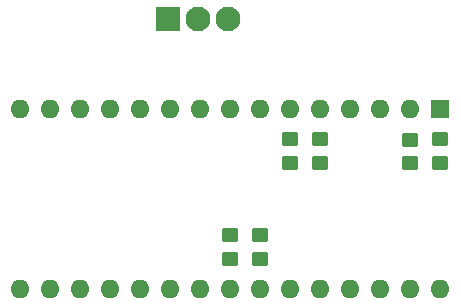
<source format=gbr>
%TF.GenerationSoftware,KiCad,Pcbnew,(6.0.10)*%
%TF.CreationDate,2023-02-04T03:27:03-05:00*%
%TF.ProjectId,lin-master,6c696e2d-6d61-4737-9465-722e6b696361,1.0*%
%TF.SameCoordinates,Original*%
%TF.FileFunction,Soldermask,Bot*%
%TF.FilePolarity,Negative*%
%FSLAX46Y46*%
G04 Gerber Fmt 4.6, Leading zero omitted, Abs format (unit mm)*
G04 Created by KiCad (PCBNEW (6.0.10)) date 2023-02-04 03:27:03*
%MOMM*%
%LPD*%
G01*
G04 APERTURE LIST*
G04 Aperture macros list*
%AMRoundRect*
0 Rectangle with rounded corners*
0 $1 Rounding radius*
0 $2 $3 $4 $5 $6 $7 $8 $9 X,Y pos of 4 corners*
0 Add a 4 corners polygon primitive as box body*
4,1,4,$2,$3,$4,$5,$6,$7,$8,$9,$2,$3,0*
0 Add four circle primitives for the rounded corners*
1,1,$1+$1,$2,$3*
1,1,$1+$1,$4,$5*
1,1,$1+$1,$6,$7*
1,1,$1+$1,$8,$9*
0 Add four rect primitives between the rounded corners*
20,1,$1+$1,$2,$3,$4,$5,0*
20,1,$1+$1,$4,$5,$6,$7,0*
20,1,$1+$1,$6,$7,$8,$9,0*
20,1,$1+$1,$8,$9,$2,$3,0*%
G04 Aperture macros list end*
%ADD10RoundRect,0.250000X-0.450000X0.350000X-0.450000X-0.350000X0.450000X-0.350000X0.450000X0.350000X0*%
%ADD11R,2.100000X2.100000*%
%ADD12C,2.100000*%
%ADD13O,1.600000X1.600000*%
%ADD14R,1.600000X1.600000*%
%ADD15RoundRect,0.250000X0.450000X-0.350000X0.450000X0.350000X-0.450000X0.350000X-0.450000X-0.350000X0*%
G04 APERTURE END LIST*
D10*
%TO.C,R6*%
X128524000Y-96790000D03*
X128524000Y-98790000D03*
%TD*%
%TO.C,R5*%
X125984000Y-96774000D03*
X125984000Y-98774000D03*
%TD*%
D11*
%TO.C,J2*%
X120707500Y-78486000D03*
D12*
X123247500Y-78486000D03*
X125787500Y-78486000D03*
%TD*%
D13*
%TO.C,U1*%
X143764000Y-101346000D03*
X141224000Y-101346000D03*
X138684000Y-101346000D03*
X136144000Y-101346000D03*
X133604000Y-101346000D03*
X131064000Y-101346000D03*
X128524000Y-101346000D03*
X125984000Y-101346000D03*
X123444000Y-101346000D03*
X120904000Y-101346000D03*
X118364000Y-101346000D03*
X115824000Y-101346000D03*
X113284000Y-101346000D03*
X110744000Y-101346000D03*
X108204000Y-101346000D03*
X108204000Y-86106000D03*
X110744000Y-86106000D03*
X113284000Y-86106000D03*
X115824000Y-86106000D03*
X118364000Y-86106000D03*
X120904000Y-86106000D03*
X123444000Y-86106000D03*
X125984000Y-86106000D03*
X128524000Y-86106000D03*
X131064000Y-86106000D03*
X133604000Y-86106000D03*
X136144000Y-86106000D03*
X138684000Y-86106000D03*
X141224000Y-86106000D03*
D14*
X143764000Y-86106000D03*
%TD*%
D15*
%TO.C,R4*%
X131064000Y-90646000D03*
X131064000Y-88646000D03*
%TD*%
%TO.C,R3*%
X133604000Y-90646000D03*
X133604000Y-88646000D03*
%TD*%
%TO.C,R2*%
X143764000Y-90646000D03*
X143764000Y-88646000D03*
%TD*%
%TO.C,R1*%
X141224000Y-90678000D03*
X141224000Y-88678000D03*
%TD*%
M02*

</source>
